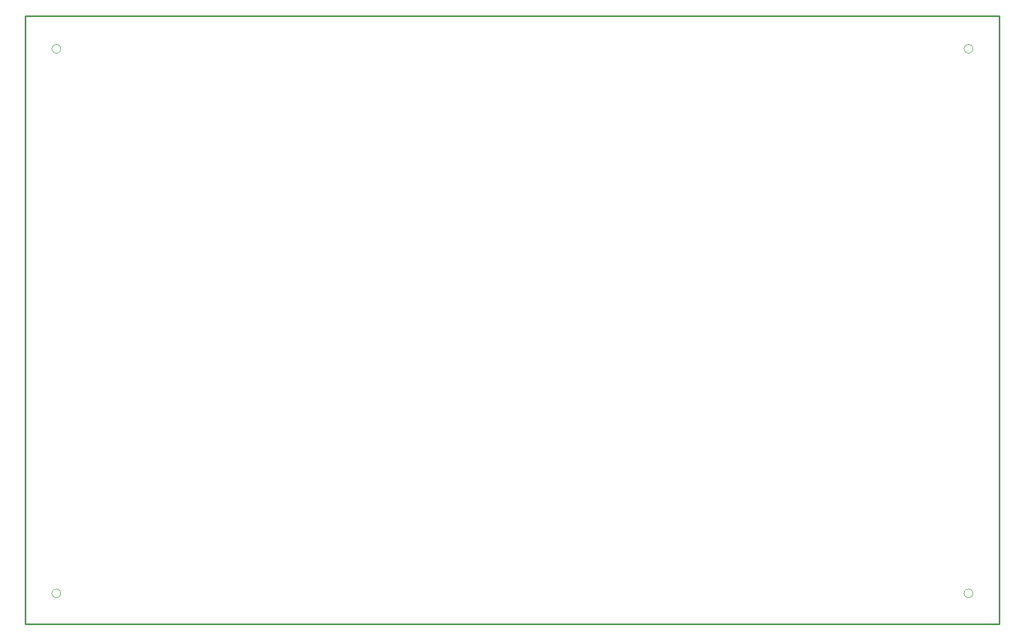
<source format=gbr>
G75*
G70*
%OFA0B0*%
%FSLAX24Y24*%
%IPPOS*%
%LPD*%
%AMOC8*
5,1,8,0,0,1.08239X$1,22.5*
%
%ADD10C,0.0100*%
%ADD11C,0.0000*%
D10*
X001885Y001885D02*
X064877Y001885D01*
X064877Y041255D01*
X001885Y041255D01*
X001885Y001885D01*
D11*
X003605Y003885D02*
X003607Y003919D01*
X003613Y003952D01*
X003623Y003984D01*
X003637Y004015D01*
X003655Y004044D01*
X003675Y004071D01*
X003699Y004095D01*
X003726Y004115D01*
X003755Y004133D01*
X003786Y004147D01*
X003818Y004157D01*
X003851Y004163D01*
X003885Y004165D01*
X003919Y004163D01*
X003952Y004157D01*
X003984Y004147D01*
X004015Y004133D01*
X004044Y004115D01*
X004071Y004095D01*
X004095Y004071D01*
X004115Y004044D01*
X004133Y004015D01*
X004147Y003984D01*
X004157Y003952D01*
X004163Y003919D01*
X004165Y003885D01*
X004163Y003851D01*
X004157Y003818D01*
X004147Y003786D01*
X004133Y003755D01*
X004115Y003726D01*
X004095Y003699D01*
X004071Y003675D01*
X004044Y003655D01*
X004015Y003637D01*
X003984Y003623D01*
X003952Y003613D01*
X003919Y003607D01*
X003885Y003605D01*
X003851Y003607D01*
X003818Y003613D01*
X003786Y003623D01*
X003755Y003637D01*
X003726Y003655D01*
X003699Y003675D01*
X003675Y003699D01*
X003655Y003726D01*
X003637Y003755D01*
X003623Y003786D01*
X003613Y003818D01*
X003607Y003851D01*
X003605Y003885D01*
X003605Y039135D02*
X003607Y039169D01*
X003613Y039202D01*
X003623Y039234D01*
X003637Y039265D01*
X003655Y039294D01*
X003675Y039321D01*
X003699Y039345D01*
X003726Y039365D01*
X003755Y039383D01*
X003786Y039397D01*
X003818Y039407D01*
X003851Y039413D01*
X003885Y039415D01*
X003919Y039413D01*
X003952Y039407D01*
X003984Y039397D01*
X004015Y039383D01*
X004044Y039365D01*
X004071Y039345D01*
X004095Y039321D01*
X004115Y039294D01*
X004133Y039265D01*
X004147Y039234D01*
X004157Y039202D01*
X004163Y039169D01*
X004165Y039135D01*
X004163Y039101D01*
X004157Y039068D01*
X004147Y039036D01*
X004133Y039005D01*
X004115Y038976D01*
X004095Y038949D01*
X004071Y038925D01*
X004044Y038905D01*
X004015Y038887D01*
X003984Y038873D01*
X003952Y038863D01*
X003919Y038857D01*
X003885Y038855D01*
X003851Y038857D01*
X003818Y038863D01*
X003786Y038873D01*
X003755Y038887D01*
X003726Y038905D01*
X003699Y038925D01*
X003675Y038949D01*
X003655Y038976D01*
X003637Y039005D01*
X003623Y039036D01*
X003613Y039068D01*
X003607Y039101D01*
X003605Y039135D01*
X062605Y039135D02*
X062607Y039169D01*
X062613Y039202D01*
X062623Y039234D01*
X062637Y039265D01*
X062655Y039294D01*
X062675Y039321D01*
X062699Y039345D01*
X062726Y039365D01*
X062755Y039383D01*
X062786Y039397D01*
X062818Y039407D01*
X062851Y039413D01*
X062885Y039415D01*
X062919Y039413D01*
X062952Y039407D01*
X062984Y039397D01*
X063015Y039383D01*
X063044Y039365D01*
X063071Y039345D01*
X063095Y039321D01*
X063115Y039294D01*
X063133Y039265D01*
X063147Y039234D01*
X063157Y039202D01*
X063163Y039169D01*
X063165Y039135D01*
X063163Y039101D01*
X063157Y039068D01*
X063147Y039036D01*
X063133Y039005D01*
X063115Y038976D01*
X063095Y038949D01*
X063071Y038925D01*
X063044Y038905D01*
X063015Y038887D01*
X062984Y038873D01*
X062952Y038863D01*
X062919Y038857D01*
X062885Y038855D01*
X062851Y038857D01*
X062818Y038863D01*
X062786Y038873D01*
X062755Y038887D01*
X062726Y038905D01*
X062699Y038925D01*
X062675Y038949D01*
X062655Y038976D01*
X062637Y039005D01*
X062623Y039036D01*
X062613Y039068D01*
X062607Y039101D01*
X062605Y039135D01*
X062605Y003885D02*
X062607Y003919D01*
X062613Y003952D01*
X062623Y003984D01*
X062637Y004015D01*
X062655Y004044D01*
X062675Y004071D01*
X062699Y004095D01*
X062726Y004115D01*
X062755Y004133D01*
X062786Y004147D01*
X062818Y004157D01*
X062851Y004163D01*
X062885Y004165D01*
X062919Y004163D01*
X062952Y004157D01*
X062984Y004147D01*
X063015Y004133D01*
X063044Y004115D01*
X063071Y004095D01*
X063095Y004071D01*
X063115Y004044D01*
X063133Y004015D01*
X063147Y003984D01*
X063157Y003952D01*
X063163Y003919D01*
X063165Y003885D01*
X063163Y003851D01*
X063157Y003818D01*
X063147Y003786D01*
X063133Y003755D01*
X063115Y003726D01*
X063095Y003699D01*
X063071Y003675D01*
X063044Y003655D01*
X063015Y003637D01*
X062984Y003623D01*
X062952Y003613D01*
X062919Y003607D01*
X062885Y003605D01*
X062851Y003607D01*
X062818Y003613D01*
X062786Y003623D01*
X062755Y003637D01*
X062726Y003655D01*
X062699Y003675D01*
X062675Y003699D01*
X062655Y003726D01*
X062637Y003755D01*
X062623Y003786D01*
X062613Y003818D01*
X062607Y003851D01*
X062605Y003885D01*
M02*

</source>
